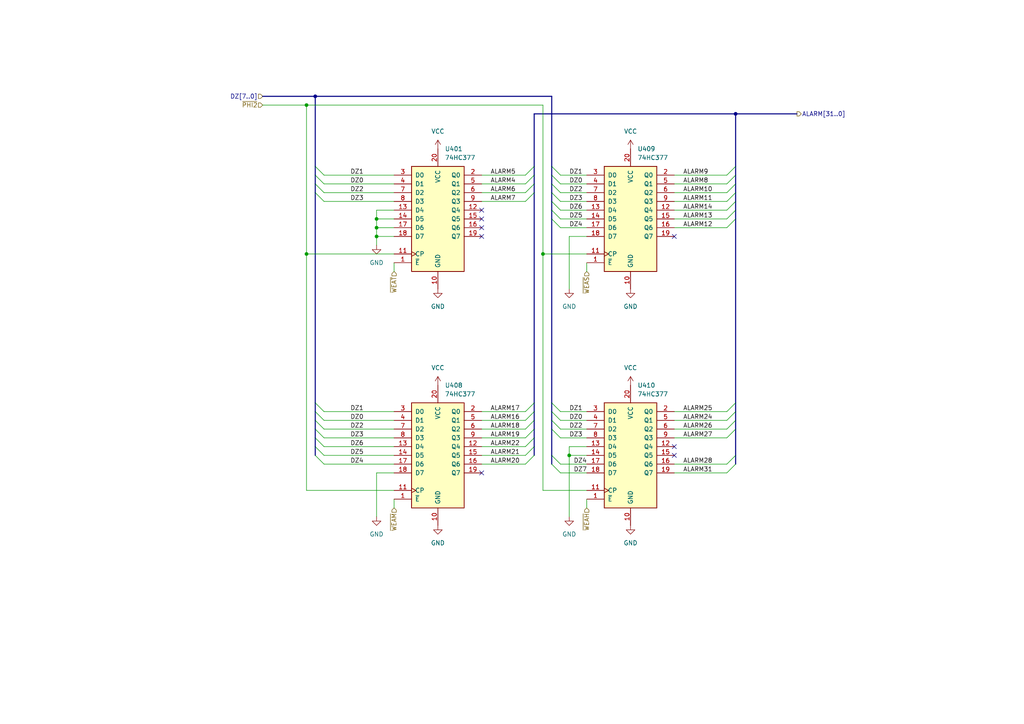
<source format=kicad_sch>
(kicad_sch (version 20211123) (generator eeschema)
  (paper "A4")
  (lib_symbols
    (symbol "74xx:74LS377" (pin_names (offset 1.016))
      (property "Reference" "U" (at -7.62 16.51 0))
      (property "Value" "74LS377" (at -7.62 -16.51 0))
      (symbol "74LS377_1_0"
        (pin input line (at -12.7 -12.7 0) (length 5.08) (name "~{E}") (number "1"))
        (pin power_in line (at 0 -20.32 90) (length 5.08) (name "GND") (number "10"))
        (pin input clock (at -12.7 -10.16 0) (length 5.08) (name "CP") (number "11"))
        (pin output line (at 12.7 2.54 180) (length 5.08) (name "Q4") (number "12"))
        (pin input line (at -12.7 2.54 0) (length 5.08) (name "D4") (number "13"))
        (pin input line (at -12.7 0 0) (length 5.08) (name "D5") (number "14"))
        (pin output line (at 12.7 0 180) (length 5.08) (name "Q5") (number "15"))
        (pin output line (at 12.7 -2.54 180) (length 5.08) (name "Q6") (number "16"))
        (pin input line (at -12.7 -2.54 0) (length 5.08) (name "D6") (number "17"))
        (pin input line (at -12.7 -5.08 0) (length 5.08) (name "D7") (number "18"))
        (pin output line (at 12.7 -5.08 180) (length 5.08) (name "Q7") (number "19"))
        (pin output line (at 12.7 12.7 180) (length 5.08) (name "Q0") (number "2"))
        (pin power_in line (at 0 20.32 270) (length 5.08) (name "VCC") (number "20"))
        (pin input line (at -12.7 12.7 0) (length 5.08) (name "D0") (number "3"))
        (pin input line (at -12.7 10.16 0) (length 5.08) (name "D1") (number "4"))
        (pin output line (at 12.7 10.16 180) (length 5.08) (name "Q1") (number "5"))
        (pin output line (at 12.7 7.62 180) (length 5.08) (name "Q2") (number "6"))
        (pin input line (at -12.7 7.62 0) (length 5.08) (name "D2") (number "7"))
        (pin input line (at -12.7 5.08 0) (length 5.08) (name "D3") (number "8"))
        (pin output line (at 12.7 5.08 180) (length 5.08) (name "Q3") (number "9"))
      )
      (symbol "74LS377_1_1"
        (rectangle (start -7.62 15.24) (end 7.62 -15.24) (stroke (width 0.254)) (fill (type background)))
      )
    )
    (symbol "power:GND" (power) (pin_names (offset 0))
      (property "Value" "GND" (at 0 -3.81 0))
      (symbol "GND_0_1"
        (polyline (pts (xy 0 0) (xy 0 -1.27) (xy 1.27 -1.27) (xy 0 -2.54) (xy -1.27 -1.27) (xy 0 -1.27)))
      )
      (symbol "GND_1_1"
        (pin power_in line (at 0 0 270) (length 0) hide (name "GND") (number "1"))
      )
    )
    (symbol "power:VCC" (power) (pin_names (offset 0))
      (property "Value" "VCC" (at 0 3.81 0))
      (symbol "VCC_0_1"
        (polyline (pts (xy -0.762 1.27) (xy 0 2.54)))
        (polyline (pts (xy 0 0) (xy 0 2.54)))
        (polyline (pts (xy 0 2.54) (xy 0.762 1.27)))
      )
      (symbol "VCC_1_1"
        (pin power_in line (at 0 0 90) (length 0) hide (name "VCC") (number "1"))
      )
    )
  )
  (junction (at 165.1 132.08))
  (junction (at 91.44 27.94))
  (junction (at 213.36 33.02))
  (junction (at 109.22 68.58))
  (junction (at 157.48 73.66))
  (junction (at 109.22 66.04))
  (junction (at 88.9 73.66))
  (junction (at 109.22 63.5))
  (junction (at 88.9 30.48))
  (no_connect (at 139.7 63.5))
  (no_connect (at 195.58 129.54))
  (no_connect (at 139.7 60.96))
  (no_connect (at 139.7 68.58))
  (no_connect (at 195.58 68.58))
  (no_connect (at 195.58 132.08))
  (no_connect (at 139.7 66.04))
  (no_connect (at 139.7 137.16))
  (bus_entry (at 91.44 127) (size 2.54 2.54))
  (bus_entry (at 210.82 60.96) (size 2.54 -2.54))
  (bus_entry (at 91.44 50.8) (size 2.54 2.54))
  (bus_entry (at 160.02 48.26) (size 2.54 2.54))
  (bus_entry (at 160.02 119.38) (size 2.54 2.54))
  (bus_entry (at 152.4 53.34) (size 2.54 -2.54))
  (bus_entry (at 160.02 60.96) (size 2.54 2.54))
  (bus_entry (at 152.4 129.54) (size 2.54 -2.54))
  (bus_entry (at 210.82 66.04) (size 2.54 -2.54))
  (bus_entry (at 210.82 127) (size 2.54 -2.54))
  (bus_entry (at 210.82 55.88) (size 2.54 -2.54))
  (bus_entry (at 210.82 58.42) (size 2.54 -2.54))
  (bus_entry (at 160.02 134.62) (size 2.54 2.54))
  (bus_entry (at 91.44 48.26) (size 2.54 2.54))
  (bus_entry (at 91.44 53.34) (size 2.54 2.54))
  (bus_entry (at 91.44 129.54) (size 2.54 2.54))
  (bus_entry (at 160.02 116.84) (size 2.54 2.54))
  (bus_entry (at 91.44 124.46) (size 2.54 2.54))
  (bus_entry (at 152.4 55.88) (size 2.54 -2.54))
  (bus_entry (at 152.4 58.42) (size 2.54 -2.54))
  (bus_entry (at 91.44 132.08) (size 2.54 2.54))
  (bus_entry (at 152.4 127) (size 2.54 -2.54))
  (bus_entry (at 152.4 124.46) (size 2.54 -2.54))
  (bus_entry (at 152.4 121.92) (size 2.54 -2.54))
  (bus_entry (at 152.4 132.08) (size 2.54 -2.54))
  (bus_entry (at 210.82 50.8) (size 2.54 -2.54))
  (bus_entry (at 210.82 134.62) (size 2.54 -2.54))
  (bus_entry (at 210.82 124.46) (size 2.54 -2.54))
  (bus_entry (at 152.4 134.62) (size 2.54 -2.54))
  (bus_entry (at 210.82 53.34) (size 2.54 -2.54))
  (bus_entry (at 160.02 58.42) (size 2.54 2.54))
  (bus_entry (at 160.02 53.34) (size 2.54 2.54))
  (bus_entry (at 152.4 119.38) (size 2.54 -2.54))
  (bus_entry (at 210.82 121.92) (size 2.54 -2.54))
  (bus_entry (at 210.82 119.38) (size 2.54 -2.54))
  (bus_entry (at 210.82 63.5) (size 2.54 -2.54))
  (bus_entry (at 160.02 63.5) (size 2.54 2.54))
  (bus_entry (at 160.02 50.8) (size 2.54 2.54))
  (bus_entry (at 91.44 116.84) (size 2.54 2.54))
  (bus_entry (at 152.4 50.8) (size 2.54 -2.54))
  (bus_entry (at 160.02 124.46) (size 2.54 2.54))
  (bus_entry (at 160.02 55.88) (size 2.54 2.54))
  (bus_entry (at 91.44 119.38) (size 2.54 2.54))
  (bus_entry (at 160.02 132.08) (size 2.54 2.54))
  (bus_entry (at 91.44 55.88) (size 2.54 2.54))
  (bus_entry (at 160.02 121.92) (size 2.54 2.54))
  (bus_entry (at 210.82 137.16) (size 2.54 -2.54))
  (bus_entry (at 91.44 121.92) (size 2.54 2.54))
  (wire (pts (xy 157.48 30.48) (xy 157.48 73.66)))
  (wire (pts (xy 114.3 137.16) (xy 109.22 137.16)))
  (bus (pts (xy 91.44 55.88) (xy 91.44 116.84)))
  (wire (pts (xy 109.22 60.96) (xy 109.22 63.5)))
  (wire (pts (xy 93.98 127) (xy 114.3 127)))
  (wire (pts (xy 114.3 78.74) (xy 114.3 76.2)))
  (wire (pts (xy 165.1 129.54) (xy 165.1 132.08)))
  (wire (pts (xy 139.7 58.42) (xy 152.4 58.42)))
  (wire (pts (xy 162.56 63.5) (xy 170.18 63.5)))
  (wire (pts (xy 162.56 50.8) (xy 170.18 50.8)))
  (bus (pts (xy 160.02 63.5) (xy 160.02 116.84)))
  (wire (pts (xy 139.7 50.8) (xy 152.4 50.8)))
  (wire (pts (xy 109.22 66.04) (xy 114.3 66.04)))
  (bus (pts (xy 91.44 129.54) (xy 91.44 132.08)))
  (wire (pts (xy 195.58 63.5) (xy 210.82 63.5)))
  (bus (pts (xy 154.94 129.54) (xy 154.94 132.08)))
  (bus (pts (xy 160.02 60.96) (xy 160.02 63.5)))
  (wire (pts (xy 88.9 30.48) (xy 157.48 30.48)))
  (bus (pts (xy 160.02 55.88) (xy 160.02 58.42)))
  (bus (pts (xy 154.94 124.46) (xy 154.94 127)))
  (bus (pts (xy 154.94 48.26) (xy 154.94 50.8)))
  (bus (pts (xy 213.36 132.08) (xy 213.36 134.62)))
  (bus (pts (xy 213.36 63.5) (xy 213.36 116.84)))
  (wire (pts (xy 170.18 132.08) (xy 165.1 132.08)))
  (wire (pts (xy 195.58 121.92) (xy 210.82 121.92)))
  (bus (pts (xy 160.02 58.42) (xy 160.02 60.96)))
  (wire (pts (xy 76.2 30.48) (xy 88.9 30.48)))
  (wire (pts (xy 139.7 132.08) (xy 152.4 132.08)))
  (bus (pts (xy 213.36 33.02) (xy 154.94 33.02)))
  (wire (pts (xy 195.58 50.8) (xy 210.82 50.8)))
  (wire (pts (xy 93.98 50.8) (xy 114.3 50.8)))
  (wire (pts (xy 195.58 66.04) (xy 210.82 66.04)))
  (wire (pts (xy 139.7 53.34) (xy 152.4 53.34)))
  (wire (pts (xy 93.98 55.88) (xy 114.3 55.88)))
  (bus (pts (xy 213.36 33.02) (xy 213.36 48.26)))
  (bus (pts (xy 91.44 27.94) (xy 160.02 27.94)))
  (wire (pts (xy 109.22 68.58) (xy 114.3 68.58)))
  (wire (pts (xy 139.7 129.54) (xy 152.4 129.54)))
  (wire (pts (xy 170.18 129.54) (xy 165.1 129.54)))
  (bus (pts (xy 213.36 50.8) (xy 213.36 53.34)))
  (wire (pts (xy 162.56 119.38) (xy 170.18 119.38)))
  (wire (pts (xy 170.18 147.32) (xy 170.18 144.78)))
  (bus (pts (xy 213.36 121.92) (xy 213.36 124.46)))
  (bus (pts (xy 91.44 119.38) (xy 91.44 121.92)))
  (wire (pts (xy 162.56 137.16) (xy 170.18 137.16)))
  (bus (pts (xy 91.44 27.94) (xy 91.44 48.26)))
  (bus (pts (xy 154.94 121.92) (xy 154.94 124.46)))
  (bus (pts (xy 160.02 53.34) (xy 160.02 55.88)))
  (wire (pts (xy 195.58 53.34) (xy 210.82 53.34)))
  (bus (pts (xy 154.94 50.8) (xy 154.94 53.34)))
  (wire (pts (xy 195.58 60.96) (xy 210.82 60.96)))
  (wire (pts (xy 162.56 66.04) (xy 170.18 66.04)))
  (bus (pts (xy 76.2 27.94) (xy 91.44 27.94)))
  (wire (pts (xy 109.22 63.5) (xy 114.3 63.5)))
  (bus (pts (xy 160.02 27.94) (xy 160.02 48.26)))
  (wire (pts (xy 93.98 134.62) (xy 114.3 134.62)))
  (wire (pts (xy 162.56 121.92) (xy 170.18 121.92)))
  (wire (pts (xy 93.98 124.46) (xy 114.3 124.46)))
  (wire (pts (xy 93.98 132.08) (xy 114.3 132.08)))
  (bus (pts (xy 91.44 48.26) (xy 91.44 50.8)))
  (wire (pts (xy 195.58 137.16) (xy 210.82 137.16)))
  (wire (pts (xy 139.7 119.38) (xy 152.4 119.38)))
  (wire (pts (xy 88.9 142.24) (xy 114.3 142.24)))
  (wire (pts (xy 139.7 127) (xy 152.4 127)))
  (wire (pts (xy 162.56 55.88) (xy 170.18 55.88)))
  (wire (pts (xy 165.1 68.58) (xy 165.1 83.82)))
  (wire (pts (xy 93.98 121.92) (xy 114.3 121.92)))
  (wire (pts (xy 162.56 134.62) (xy 170.18 134.62)))
  (bus (pts (xy 160.02 119.38) (xy 160.02 121.92)))
  (bus (pts (xy 91.44 53.34) (xy 91.44 55.88)))
  (bus (pts (xy 231.14 33.02) (xy 213.36 33.02)))
  (wire (pts (xy 139.7 55.88) (xy 152.4 55.88)))
  (wire (pts (xy 195.58 55.88) (xy 210.82 55.88)))
  (wire (pts (xy 88.9 73.66) (xy 88.9 142.24)))
  (wire (pts (xy 157.48 73.66) (xy 170.18 73.66)))
  (wire (pts (xy 157.48 73.66) (xy 157.48 142.24)))
  (bus (pts (xy 154.94 55.88) (xy 154.94 116.84)))
  (bus (pts (xy 213.36 48.26) (xy 213.36 50.8)))
  (bus (pts (xy 160.02 121.92) (xy 160.02 124.46)))
  (wire (pts (xy 195.58 134.62) (xy 210.82 134.62)))
  (bus (pts (xy 91.44 50.8) (xy 91.44 53.34)))
  (wire (pts (xy 88.9 30.48) (xy 88.9 73.66)))
  (bus (pts (xy 154.94 127) (xy 154.94 129.54)))
  (bus (pts (xy 213.36 53.34) (xy 213.36 55.88)))
  (wire (pts (xy 93.98 129.54) (xy 114.3 129.54)))
  (wire (pts (xy 93.98 53.34) (xy 114.3 53.34)))
  (bus (pts (xy 160.02 50.8) (xy 160.02 53.34)))
  (wire (pts (xy 88.9 73.66) (xy 114.3 73.66)))
  (bus (pts (xy 160.02 48.26) (xy 160.02 50.8)))
  (bus (pts (xy 91.44 116.84) (xy 91.44 119.38)))
  (bus (pts (xy 154.94 53.34) (xy 154.94 55.88)))
  (bus (pts (xy 213.36 119.38) (xy 213.36 121.92)))
  (bus (pts (xy 213.36 124.46) (xy 213.36 132.08)))
  (wire (pts (xy 162.56 60.96) (xy 170.18 60.96)))
  (wire (pts (xy 165.1 132.08) (xy 165.1 149.86)))
  (bus (pts (xy 213.36 60.96) (xy 213.36 63.5)))
  (bus (pts (xy 91.44 127) (xy 91.44 129.54)))
  (wire (pts (xy 93.98 119.38) (xy 114.3 119.38)))
  (wire (pts (xy 195.58 124.46) (xy 210.82 124.46)))
  (bus (pts (xy 160.02 116.84) (xy 160.02 119.38)))
  (bus (pts (xy 91.44 124.46) (xy 91.44 127)))
  (wire (pts (xy 162.56 127) (xy 170.18 127)))
  (bus (pts (xy 154.94 33.02) (xy 154.94 48.26)))
  (bus (pts (xy 213.36 55.88) (xy 213.36 58.42)))
  (wire (pts (xy 139.7 121.92) (xy 152.4 121.92)))
  (wire (pts (xy 114.3 60.96) (xy 109.22 60.96)))
  (bus (pts (xy 160.02 132.08) (xy 160.02 134.62)))
  (wire (pts (xy 114.3 147.32) (xy 114.3 144.78)))
  (wire (pts (xy 109.22 68.58) (xy 109.22 71.12)))
  (wire (pts (xy 109.22 137.16) (xy 109.22 149.86)))
  (wire (pts (xy 93.98 58.42) (xy 114.3 58.42)))
  (wire (pts (xy 170.18 78.74) (xy 170.18 76.2)))
  (wire (pts (xy 195.58 119.38) (xy 210.82 119.38)))
  (bus (pts (xy 154.94 119.38) (xy 154.94 121.92)))
  (wire (pts (xy 157.48 142.24) (xy 170.18 142.24)))
  (wire (pts (xy 170.18 68.58) (xy 165.1 68.58)))
  (bus (pts (xy 160.02 124.46) (xy 160.02 132.08)))
  (wire (pts (xy 109.22 63.5) (xy 109.22 66.04)))
  (wire (pts (xy 162.56 58.42) (xy 170.18 58.42)))
  (wire (pts (xy 195.58 127) (xy 210.82 127)))
  (wire (pts (xy 109.22 66.04) (xy 109.22 68.58)))
  (bus (pts (xy 213.36 116.84) (xy 213.36 119.38)))
  (wire (pts (xy 162.56 53.34) (xy 170.18 53.34)))
  (wire (pts (xy 139.7 124.46) (xy 152.4 124.46)))
  (wire (pts (xy 139.7 134.62) (xy 152.4 134.62)))
  (bus (pts (xy 91.44 121.92) (xy 91.44 124.46)))
  (wire (pts (xy 195.58 58.42) (xy 210.82 58.42)))
  (wire (pts (xy 162.56 124.46) (xy 170.18 124.46)))
  (bus (pts (xy 154.94 116.84) (xy 154.94 119.38)))
  (bus (pts (xy 213.36 58.42) (xy 213.36 60.96)))
  (label "DZ0" (at 101.6 121.92 0))
  (label "DZ4" (at 166.37 134.62 0))
  (label "ALARM26" (at 198.12 124.46 0))
  (label "ALARM18" (at 142.24 124.46 0))
  (label "DZ1" (at 101.6 50.8 0))
  (label "DZ4" (at 101.6 134.62 0))
  (label "ALARM4" (at 142.24 53.34 0))
  (label "DZ4" (at 165.1 66.04 0))
  (label "ALARM28" (at 198.12 134.62 0))
  (label "DZ0" (at 165.1 121.92 0))
  (label "ALARM14" (at 198.12 60.96 0))
  (label "ALARM31" (at 198.12 137.16 0))
  (label "ALARM9" (at 198.12 50.8 0))
  (label "DZ3" (at 165.1 127 0))
  (label "DZ5" (at 165.1 63.5 0))
  (label "ALARM19" (at 142.24 127 0))
  (label "DZ5" (at 101.6 132.08 0))
  (label "DZ6" (at 101.6 129.54 0))
  (label "DZ0" (at 165.1 53.34 0))
  (label "DZ2" (at 101.6 55.88 0))
  (label "ALARM8" (at 198.12 53.34 0))
  (label "ALARM27" (at 198.12 127 0))
  (label "ALARM21" (at 142.24 132.08 0))
  (label "ALARM20" (at 142.24 134.62 0))
  (label "DZ6" (at 165.1 60.96 0))
  (label "DZ0" (at 101.6 53.34 0))
  (label "DZ1" (at 101.6 119.38 0))
  (label "ALARM7" (at 142.24 58.42 0))
  (label "ALARM13" (at 198.12 63.5 0))
  (label "DZ1" (at 165.1 50.8 0))
  (label "DZ7" (at 166.37 137.16 0))
  (label "DZ3" (at 165.1 58.42 0))
  (label "ALARM16" (at 142.24 121.92 0))
  (label "ALARM25" (at 198.12 119.38 0))
  (label "DZ3" (at 101.6 58.42 0))
  (label "ALARM12" (at 198.12 66.04 0))
  (label "ALARM22" (at 142.24 129.54 0))
  (label "ALARM17" (at 142.24 119.38 0))
  (label "DZ3" (at 101.6 127 0))
  (label "ALARM10" (at 198.12 55.88 0))
  (label "DZ2" (at 101.6 124.46 0))
  (label "ALARM6" (at 142.24 55.88 0))
  (label "ALARM11" (at 198.12 58.42 0))
  (label "ALARM5" (at 142.24 50.8 0))
  (label "ALARM24" (at 198.12 121.92 0))
  (label "DZ2" (at 165.1 124.46 0))
  (label "DZ1" (at 165.1 119.38 0))
  (label "DZ2" (at 165.1 55.88 0))
  (hierarchical_label "DZ[7..0]" (shape input) (at 76.2 27.94 180))
  (hierarchical_label "~{WEAM}" (shape input) (at 114.3 147.32 270))
  (hierarchical_label "~{WEAH}" (shape input) (at 170.18 147.32 270))
  (hierarchical_label "~{WEAS}" (shape input) (at 170.18 78.74 270))
  (hierarchical_label "ALARM[31..0]" (shape output) (at 231.14 33.02 0))
  (hierarchical_label "~{WEAT}" (shape input) (at 114.3 78.74 270))
  (hierarchical_label "~{PHI2}" (shape input) (at 76.2 30.48 180))
  (symbol (lib_id "power:GND") (at 109.22 149.86 0) (unit 1)
    (property "Reference" "#PWR0407" (effects hide))
    (property "Value" "GND" (at 109.22 154.94 0))
  )
  (symbol (lib_id "74xx:74LS377") (at 182.88 63.5 0) (unit 1)
    (property "Reference" "U409" (at 184.8994 43.18 0) (effects (justify left)))
    (property "Value" "74HC377" (at 184.8994 45.72 0) (effects (justify left)))
    (property "Footprint" "Package_SO:SOIC-20W_7.5x12.8mm_P1.27mm" (effects hide))
    (property "Datasheet" "http://www.ti.com/lit/gpn/sn74LS377" (effects hide))
  )
  (symbol (lib_id "power:GND") (at 165.1 149.86 0) (unit 1)
    (property "Reference" "#PWR0413" (effects hide))
    (property "Value" "GND" (at 165.1 154.94 0))
  )
  (symbol (lib_id "power:GND") (at 182.88 83.82 0) (unit 1)
    (property "Reference" "#PWR0415" (effects hide))
    (property "Value" "GND" (at 182.88 88.9 0))
  )
  (symbol (lib_id "74xx:74LS377") (at 127 132.08 0) (unit 1)
    (property "Reference" "U408" (at 129.0194 111.76 0) (effects (justify left)))
    (property "Value" "74HC377" (at 129.0194 114.3 0) (effects (justify left)))
    (property "Footprint" "Package_SO:SOIC-20W_7.5x12.8mm_P1.27mm" (effects hide))
    (property "Datasheet" "http://www.ti.com/lit/gpn/sn74LS377" (effects hide))
  )
  (symbol (lib_id "power:VCC") (at 127 43.18 0) (unit 1)
    (property "Reference" "#PWR0408" (effects hide))
    (property "Value" "VCC" (at 127 38.1 0))
  )
  (symbol (lib_id "power:VCC") (at 182.88 43.18 0) (unit 1)
    (property "Reference" "#PWR0414" (effects hide))
    (property "Value" "VCC" (at 182.88 38.1 0))
  )
  (symbol (lib_id "power:GND") (at 165.1 83.82 0) (unit 1)
    (property "Reference" "#PWR0412" (effects hide))
    (property "Value" "GND" (at 165.1 88.9 0))
  )
  (symbol (lib_id "power:GND") (at 127 152.4 0) (unit 1)
    (property "Reference" "#PWR0411" (effects hide))
    (property "Value" "GND" (at 127 157.48 0))
  )
  (symbol (lib_id "power:VCC") (at 127 111.76 0) (unit 1)
    (property "Reference" "#PWR0410" (effects hide))
    (property "Value" "VCC" (at 127 106.68 0))
  )
  (symbol (lib_id "power:VCC") (at 182.88 111.76 0) (unit 1)
    (property "Reference" "#PWR0416" (effects hide))
    (property "Value" "VCC" (at 182.88 106.68 0))
  )
  (symbol (lib_id "power:GND") (at 127 83.82 0) (unit 1)
    (property "Reference" "#PWR0409" (effects hide))
    (property "Value" "GND" (at 127 88.9 0))
  )
  (symbol (lib_id "power:GND") (at 182.88 152.4 0) (unit 1)
    (property "Reference" "#PWR0417" (effects hide))
    (property "Value" "GND" (at 182.88 157.48 0))
  )
  (symbol (lib_id "power:GND") (at 109.22 71.12 0) (unit 1)
    (property "Reference" "#PWR0406" (effects hide))
    (property "Value" "GND" (at 109.22 76.2 0))
  )
  (symbol (lib_id "74xx:74LS377") (at 127 63.5 0) (unit 1)
    (property "Reference" "U401" (at 129.0194 43.18 0) (effects (justify left)))
    (property "Value" "74HC377" (at 129.0194 45.72 0) (effects (justify left)))
    (property "Footprint" "Package_SO:SOIC-20W_7.5x12.8mm_P1.27mm" (effects hide))
    (property "Datasheet" "http://www.ti.com/lit/gpn/sn74LS377" (effects hide))
  )
  (symbol (lib_id "74xx:74LS377") (at 182.88 132.08 0) (unit 1)
    (property "Reference" "U410" (at 184.8994 111.76 0) (effects (justify left)))
    (property "Value" "74HC377" (at 184.8994 114.3 0) (effects (justify left)))
    (property "Footprint" "Package_SO:SOIC-20W_7.5x12.8mm_P1.27mm" (effects hide))
    (property "Datasheet" "http://www.ti.com/lit/gpn/sn74LS377" (effects hide))
  )
)
</source>
